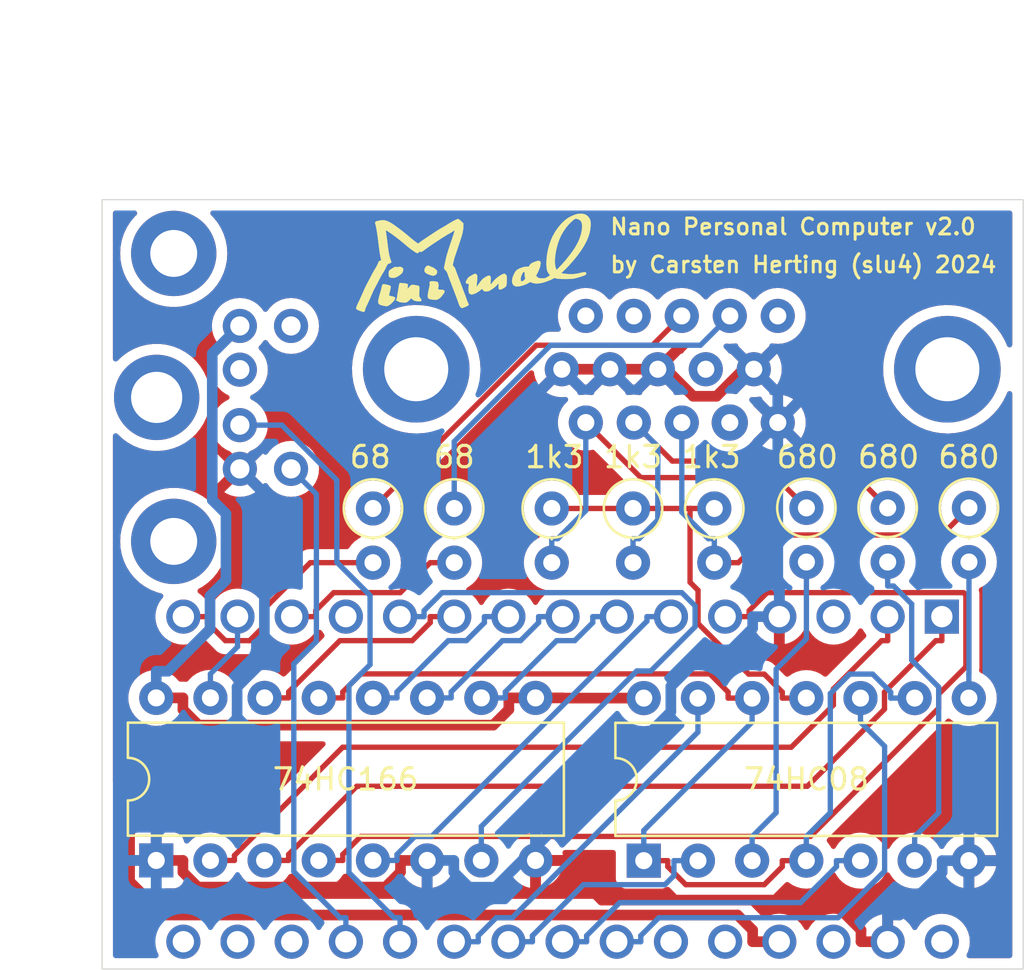
<source format=kicad_pcb>
(kicad_pcb (version 20211014) (generator pcbnew)
  (layers (0 "F.Cu" signal) (31 "B.Cu" signal) (34 "B.Paste" user) (35 "F.Paste" user) (36 "B.SilkS" user "B.Silkscreen") (37 "F.SilkS" user "F.Silkscreen") (38 "B.Mask" user) (39 "F.Mask" user) (44 "Edge.Cuts" user))
  (net 0 "")
  (net 1 "Net-(A1-Pad1)")
  (net 2 "Net-(A1-Pad2)")
  (net 3 "Net-(A1-Pad19)")
  (net 4 "GND")
  (net 5 "Net-(A1-Pad20)")
  (net 6 "Net-(A1-Pad5)")
  (net 8 "Net-(A1-Pad6)")
  (net 9 "Net-(A1-Pad21)")
  (net 10 "Net-(A1-Pad7)")
  (net 11 "Net-(A1-Pad22)")
  (net 12 "Net-(A1-Pad8)")
  (net 13 "Net-(A1-Pad23)")
  (net 14 "Net-(A1-Pad9)")
  (net 15 "Net-(A1-Pad10)")
  (net 16 "Net-(A1-Pad11)")
  (net 17 "+5V")
  (net 18 "Net-(A1-Pad24)")
  (net 19 "Net-(A1-Pad13)")
  (net 20 "Net-(A1-Pad14)")
  (net 21 "Net-(A1-Pad15)")
  (net 22 "Net-(J1-Pad1)")
  (net 23 "Net-(J1-Pad2)")
  (net 24 "Net-(J1-Pad3)")
  (net 37 "Net-(J1-Pad13)")
  (net 38 "Net-(J1-Pad14)")
  (net 42 "Net-(R1-Pad1)")
  (net 43 "Net-(R4-Pad2)")
  (net 44 "Net-(R5-Pad2)")
  (net 45 "Net-(R6-Pad2)")
  (net 46 "Net-(U1-Pad13)")
  (footprint "ArduinoPC:Arduino_Nano" (layer "F.Cu") (at 164.846 102.987 -90)
    (fp_text reference "A1" hide)
    (fp_text value "Arduino_Nano_v3.x" hide)
    (pad "1" thru_hole rect (at 0 0 270) (size 1.6 1.6) (drill 1) (layers *.Cu *.Mask) (net 1 "Net-(A1-Pad1)"))
    (pad "2" thru_hole oval (at 0 2.54 270) (size 1.6 1.6) (drill 1) (layers *.Cu *.Mask) (net 2 "Net-(A1-Pad2)"))
    (pad "3" thru_hole oval (at 0 5.08 270) (size 1.6 1.6) (drill 1) (layers *.Cu *.Mask))
    (pad "4" thru_hole oval (at 0 7.62 270) (size 1.6 1.6) (drill 1) (layers *.Cu *.Mask) (net 4 "GND"))
    (pad "5" thru_hole oval (at 0 10.16 270) (size 1.6 1.6) (drill 1) (layers *.Cu *.Mask) (net 6 "Net-(A1-Pad5)"))
    (pad "6" thru_hole oval (at 0 12.7 270) (size 1.6 1.6) (drill 1) (layers *.Cu *.Mask) (net 8 "Net-(A1-Pad6)"))
    (pad "7" thru_hole oval (at 0 15.24 270) (size 1.6 1.6) (drill 1) (layers *.Cu *.Mask) (net 10 "Net-(A1-Pad7)"))
    (pad "8" thru_hole oval (at 0 17.78 270) (size 1.6 1.6) (drill 1) (layers *.Cu *.Mask) (net 12 "Net-(A1-Pad8)"))
    (pad "9" thru_hole oval (at 0 20.32 270) (size 1.6 1.6) (drill 1) (layers *.Cu *.Mask) (net 14 "Net-(A1-Pad9)"))
    (pad "10" thru_hole oval (at 0 22.86 270) (size 1.6 1.6) (drill 1) (layers *.Cu *.Mask) (net 15 "Net-(A1-Pad10)"))
    (pad "11" thru_hole oval (at 0 25.4 270) (size 1.6 1.6) (drill 1) (layers *.Cu *.Mask) (net 16 "Net-(A1-Pad11)"))
    (pad "12" thru_hole oval (at 0 27.94 270) (size 1.6 1.6) (drill 1) (layers *.Cu *.Mask))
    (pad "13" thru_hole oval (at 0 30.48 270) (size 1.6 1.6) (drill 1) (layers *.Cu *.Mask) (net 19 "Net-(A1-Pad13)"))
    (pad "14" thru_hole oval (at 0 33.02 270) (size 1.6 1.6) (drill 1) (layers *.Cu *.Mask) (net 20 "Net-(A1-Pad14)"))
    (pad "15" thru_hole oval (at 0 35.56 270) (size 1.6 1.6) (drill 1) (layers *.Cu *.Mask) (net 21 "Net-(A1-Pad15)"))
    (pad "16" thru_hole oval (at 15.24 35.56 270) (size 1.6 1.6) (drill 1) (layers *.Cu *.Mask))
    (pad "17" thru_hole oval (at 15.24 33.02 270) (size 1.6 1.6) (drill 1) (layers *.Cu *.Mask))
    (pad "18" thru_hole oval (at 15.24 30.48 270) (size 1.6 1.6) (drill 1) (layers *.Cu *.Mask))
    (pad "19" thru_hole oval (at 15.24 27.94 270) (size 1.6 1.6) (drill 1) (layers *.Cu *.Mask) (net 3 "Net-(A1-Pad19)"))
    (pad "20" thru_hole oval (at 15.24 25.4 270) (size 1.6 1.6) (drill 1) (layers *.Cu *.Mask) (net 5 "Net-(A1-Pad20)"))
    (pad "21" thru_hole oval (at 15.24 22.86 270) (size 1.6 1.6) (drill 1) (layers *.Cu *.Mask) (net 9 "Net-(A1-Pad21)"))
    (pad "22" thru_hole oval (at 15.24 20.32 270) (size 1.6 1.6) (drill 1) (layers *.Cu *.Mask) (net 11 "Net-(A1-Pad22)"))
    (pad "23" thru_hole oval (at 15.24 17.78 270) (size 1.6 1.6) (drill 1) (layers *.Cu *.Mask) (net 13 "Net-(A1-Pad23)"))
    (pad "24" thru_hole oval (at 15.24 15.24 270) (size 1.6 1.6) (drill 1) (layers *.Cu *.Mask) (net 18 "Net-(A1-Pad24)"))
    (pad "25" thru_hole oval (at 15.24 12.7 270) (size 1.6 1.6) (drill 1) (layers *.Cu *.Mask))
    (pad "26" thru_hole oval (at 15.24 10.16 270) (size 1.6 1.6) (drill 1) (layers *.Cu *.Mask))
    (pad "27" thru_hole oval (at 15.24 7.62 270) (size 1.6 1.6) (drill 1) (layers *.Cu *.Mask) (net 17 "+5V"))
    (pad "28" thru_hole oval (at 15.24 5.08 270) (size 1.6 1.6) (drill 1) (layers *.Cu *.Mask))
    (pad "29" thru_hole oval (at 15.24 2.54 270) (size 1.6 1.6) (drill 1) (layers *.Cu *.Mask) (net 4 "GND"))
    (pad "30" thru_hole oval (at 15.24 0 270) (size 1.6 1.6) (drill 1) (layers *.Cu *.Mask))
  )
  (footprint "ArduinoPC:FP_MINI_DIN_6_PS2" (layer "F.Cu") (at 123.035 92.71 90)
    (fp_text reference "J2" hide)
    (fp_text value "PS/2 Keyboard" hide)
    (pad "" thru_hole circle locked (at 0 5 90) (size 4 4) (drill 2.4) (layers *.Cu *.Mask))
    (pad "" thru_hole circle locked (at 6.75 5.8 90) (size 4 4) (drill 2.2) (layers *.Cu *.Mask))
    (pad "" thru_hole circle locked (at -6.75 5.8 90) (size 4 4) (drill 2.2) (layers *.Cu *.Mask))
    (pad "1" thru_hole circle locked (at -1.3 8.9 90) (size 1.6 1.6) (drill 0.9) (layers *.Cu *.Mask) (net 5 "Net-(A1-Pad20)"))
    (pad "2" thru_hole circle locked (at 1.3 8.9 90) (size 1.6 1.6) (drill 0.9) (layers *.Cu *.Mask))
    (pad "3" thru_hole circle locked (at -3.35 8.9 90) (size 1.6 1.6) (drill 0.9) (layers *.Cu *.Mask) (net 4 "GND"))
    (pad "4" thru_hole circle locked (at 3.35 8.9 90) (size 1.6 1.6) (drill 0.9) (layers *.Cu *.Mask) (net 17 "+5V"))
    (pad "5" thru_hole circle locked (at -3.35 11.3 90) (size 1.6 1.6) (drill 0.9) (layers *.Cu *.Mask) (net 3 "Net-(A1-Pad19)"))
    (pad "6" thru_hole circle locked (at 3.35 11.3 90) (size 1.6 1.6) (drill 0.9) (layers *.Cu *.Mask))
  )
  (footprint "ArduinoPC:VGA DSUB15HD_female" (layer "F.Cu") (at 152.654 96.139 180)
    (fp_text reference "J1" hide)
    (fp_text value "VGA DB15" hide)
    (pad "" thru_hole circle locked (at -12.45 4.75 180) (size 5 5) (drill 3) (layers *.Cu *.Mask))
    (pad "" thru_hole circle locked (at 12.45 4.75 180) (size 5 5) (drill 3) (layers *.Cu *.Mask))
    (pad "1" thru_hole circle locked (at 4.5 2.25 180) (size 1.6 1.6) (drill 0.8) (layers *.Cu *.Mask) (net 22 "Net-(J1-Pad1)"))
    (pad "2" thru_hole circle locked (at 2.25 2.25 180) (size 1.6 1.6) (drill 0.8) (layers *.Cu *.Mask) (net 23 "Net-(J1-Pad2)"))
    (pad "3" thru_hole circle locked (at 0 2.25 180) (size 1.6 1.6) (drill 0.8) (layers *.Cu *.Mask) (net 24 "Net-(J1-Pad3)"))
    (pad "4" thru_hole circle locked (at -2.25 2.25 180) (size 1.7 1.7) (drill 0.8) (layers *.Cu *.Mask))
    (pad "5" thru_hole circle locked (at -4.5 2.25 180) (size 1.6 1.6) (drill 0.8) (layers *.Cu *.Mask) (net 4 "GND"))
    (pad "6" thru_hole circle locked (at 5.625 4.75 180) (size 1.6 1.6) (drill 0.8) (layers *.Cu *.Mask) (net 4 "GND"))
    (pad "7" thru_hole circle locked (at 3.375 4.75 180) (size 1.6 1.6) (drill 0.8) (layers *.Cu *.Mask) (net 4 "GND"))
    (pad "8" thru_hole circle locked (at 1.125 4.75 180) (size 1.6 1.6) (drill 0.8) (layers *.Cu *.Mask) (net 4 "GND"))
    (pad "9" thru_hole circle locked (at -1.125 4.75 180) (size 1.6 1.6) (drill 0.8) (layers *.Cu *.Mask))
    (pad "10" thru_hole circle locked (at -3.375 4.75 180) (size 1.6 1.6) (drill 0.8) (layers *.Cu *.Mask) (net 4 "GND"))
    (pad "11" thru_hole circle locked (at 4.5 7.25 180) (size 1.6 1.6) (drill 0.8) (layers *.Cu *.Mask))
    (pad "12" thru_hole circle locked (at 2.25 7.25 180) (size 1.6 1.6) (drill 0.8) (layers *.Cu *.Mask))
    (pad "13" thru_hole circle locked (at 0 7.25 180) (size 1.6 1.6) (drill 0.8) (layers *.Cu *.Mask) (net 37 "Net-(J1-Pad13)"))
    (pad "14" thru_hole circle locked (at -2.25 7.25 180) (size 1.6 1.6) (drill 0.8) (layers *.Cu *.Mask) (net 38 "Net-(J1-Pad14)"))
    (pad "15" thru_hole circle locked (at -4.5 7.25 180) (size 1.6 1.6) (drill 0.8) (layers *.Cu *.Mask))
  )
  (footprint "Resistor_THT:R_Axial_DIN0207_L6.3mm_D2.5mm_P2.54mm_Vertical" (layer "F.Cu") (at 138.176 97.917 -90)
    (fp_text reference "R7" hide)
    (fp_text value "68" (at -2.413 0.127 180) (layer "F.SilkS"))
    (pad "1" thru_hole circle (at 0 0 270) (size 1.6 1.6) (drill 0.8) (layers *.Cu *.Mask) (net 37 "Net-(J1-Pad13)"))
    (pad "2" thru_hole oval (at 2.54 0 270) (size 1.6 1.6) (drill 0.8) (layers *.Cu *.Mask) (net 21 "Net-(A1-Pad15)"))
  )
  (footprint "Resistor_THT:R_Axial_DIN0207_L6.3mm_D2.5mm_P2.54mm_Vertical" (layer "F.Cu") (at 141.986 97.917 -90)
    (fp_text reference "R8" hide)
    (fp_text value "68" (at -2.413 0 180) (layer "F.SilkS"))
    (pad "1" thru_hole circle (at 0 0 270) (size 1.6 1.6) (drill 0.8) (layers *.Cu *.Mask) (net 38 "Net-(J1-Pad14)"))
    (pad "2" thru_hole oval (at 2.54 0 270) (size 1.6 1.6) (drill 0.8) (layers *.Cu *.Mask) (net 19 "Net-(A1-Pad13)"))
  )
  (footprint "Package_DIP:DIP-16_W7.62mm" (layer "F.Cu") (at 128.016 114.417 90)
    (fp_text reference "U1" hide)
    (fp_text value "74HC166" (at 3.8 8.875) (layer "F.SilkS"))
    (pad "1" thru_hole rect locked (at 0 0 90) (size 1.6 1.6) (drill 0.8) (layers *.Cu *.Mask) (net 4 "GND"))
    (pad "2" thru_hole oval locked (at 0 2.54 90) (size 1.6 1.6) (drill 0.8) (layers *.Cu *.Mask) (net 2 "Net-(A1-Pad2)"))
    (pad "3" thru_hole oval locked (at 0 5.08 90) (size 1.6 1.6) (drill 0.8) (layers *.Cu *.Mask) (net 1 "Net-(A1-Pad1)"))
    (pad "4" thru_hole oval locked (at 0 7.62 90) (size 1.6 1.6) (drill 0.8) (layers *.Cu *.Mask) (net 6 "Net-(A1-Pad5)"))
    (pad "5" thru_hole oval locked (at 0 10.16 90) (size 1.6 1.6) (drill 0.8) (layers *.Cu *.Mask) (net 8 "Net-(A1-Pad6)"))
    (pad "6" thru_hole oval locked (at 0 12.7 90) (size 1.6 1.6) (drill 0.8) (layers *.Cu *.Mask) (net 4 "GND"))
    (pad "7" thru_hole oval locked (at 0 15.24 90) (size 1.6 1.6) (drill 0.8) (layers *.Cu *.Mask) (net 16 "Net-(A1-Pad11)"))
    (pad "8" thru_hole oval locked (at 0 17.78 90) (size 1.6 1.6) (drill 0.8) (layers *.Cu *.Mask) (net 4 "GND"))
    (pad "9" thru_hole oval locked (at 7.62 17.78 90) (size 1.6 1.6) (drill 0.8) (layers *.Cu *.Mask) (net 17 "+5V"))
    (pad "10" thru_hole oval locked (at 7.62 15.24 90) (size 1.6 1.6) (drill 0.8) (layers *.Cu *.Mask) (net 10 "Net-(A1-Pad7)"))
    (pad "11" thru_hole oval locked (at 7.62 12.7 90) (size 1.6 1.6) (drill 0.8) (layers *.Cu *.Mask) (net 12 "Net-(A1-Pad8)"))
    (pad "12" thru_hole oval locked (at 7.62 10.16 90) (size 1.6 1.6) (drill 0.8) (layers *.Cu *.Mask) (net 14 "Net-(A1-Pad9)"))
    (pad "13" thru_hole oval locked (at 7.62 7.62 90) (size 1.6 1.6) (drill 0.8) (layers *.Cu *.Mask) (net 46 "Net-(U1-Pad13)"))
    (pad "14" thru_hole oval locked (at 7.62 5.08 90) (size 1.6 1.6) (drill 0.8) (layers *.Cu *.Mask) (net 15 "Net-(A1-Pad10)"))
    (pad "15" thru_hole oval locked (at 7.62 2.54 90) (size 1.6 1.6) (drill 0.8) (layers *.Cu *.Mask) (net 20 "Net-(A1-Pad14)"))
    (pad "16" thru_hole oval locked (at 7.62 0 90) (size 1.6 1.6) (drill 0.8) (layers *.Cu *.Mask) (net 17 "+5V"))
  )
  (footprint "Package_DIP:DIP-14_W7.62mm" (layer "F.Cu") (at 150.871 114.427 90)
    (fp_text reference "U2" hide)
    (fp_text value "74HC08" (at 3.81 7.625 180) (layer "F.SilkS"))
    (pad "1" thru_hole rect (at 0 0 90) (size 1.6 1.6) (drill 0.8) (layers *.Cu *.Mask) (net 46 "Net-(U1-Pad13)"))
    (pad "2" thru_hole oval (at 0 2.54 90) (size 1.6 1.6) (drill 0.8) (layers *.Cu *.Mask) (net 11 "Net-(A1-Pad22)"))
    (pad "3" thru_hole oval (at 0 5.08 90) (size 1.6 1.6) (drill 0.8) (layers *.Cu *.Mask) (net 43 "Net-(R4-Pad2)"))
    (pad "4" thru_hole oval (at 0 7.62 90) (size 1.6 1.6) (drill 0.8) (layers *.Cu *.Mask) (net 46 "Net-(U1-Pad13)"))
    (pad "5" thru_hole oval (at 0 10.16 90) (size 1.6 1.6) (drill 0.8) (layers *.Cu *.Mask) (net 13 "Net-(A1-Pad23)"))
    (pad "6" thru_hole oval (at 0 12.7 90) (size 1.6 1.6) (drill 0.8) (layers *.Cu *.Mask) (net 44 "Net-(R5-Pad2)"))
    (pad "7" thru_hole oval (at 0 15.24 90) (size 1.6 1.6) (drill 0.8) (layers *.Cu *.Mask) (net 4 "GND"))
    (pad "8" thru_hole oval (at 7.62 15.24 90) (size 1.6 1.6) (drill 0.8) (layers *.Cu *.Mask) (net 45 "Net-(R6-Pad2)"))
    (pad "9" thru_hole oval (at 7.62 12.7 90) (size 1.6 1.6) (drill 0.8) (layers *.Cu *.Mask) (net 46 "Net-(U1-Pad13)"))
    (pad "10" thru_hole oval (at 7.62 10.16 90) (size 1.6 1.6) (drill 0.8) (layers *.Cu *.Mask) (net 18 "Net-(A1-Pad24)"))
    (pad "11" thru_hole oval (at 7.62 7.62 90) (size 1.6 1.6) (drill 0.8) (layers *.Cu *.Mask) (net 42 "Net-(R1-Pad1)"))
    (pad "12" thru_hole oval (at 7.62 5.08 90) (size 1.6 1.6) (drill 0.8) (layers *.Cu *.Mask) (net 46 "Net-(U1-Pad13)"))
    (pad "13" thru_hole oval (at 7.62 2.54 90) (size 1.6 1.6) (drill 0.8) (layers *.Cu *.Mask) (net 9 "Net-(A1-Pad21)"))
    (pad "14" thru_hole oval (at 7.62 0 90) (size 1.6 1.6) (drill 0.8) (layers *.Cu *.Mask) (net 17 "+5V"))
  )
  (footprint "Resistor_THT:R_Axial_DIN0207_L6.3mm_D2.5mm_P2.54mm_Vertical" (layer "F.Cu") (at 158.496 97.888 -90)
    (fp_text reference "R4" hide)
    (fp_text value "680" (at -2.384 -0.043 180) (layer "F.SilkS"))
    (pad "1" thru_hole circle (at 0 0 270) (size 1.6 1.6) (drill 0.8) (layers *.Cu *.Mask) (net 22 "Net-(J1-Pad1)"))
    (pad "2" thru_hole oval (at 2.54 0 270) (size 1.6 1.6) (drill 0.8) (layers *.Cu *.Mask) (net 43 "Net-(R4-Pad2)"))
  )
  (footprint "Resistor_THT:R_Axial_DIN0207_L6.3mm_D2.5mm_P2.54mm_Vertical" (layer "F.Cu") (at 162.306 97.888 -90)
    (fp_text reference "R5" hide)
    (fp_text value "680" (at -2.384 -0.043 180) (layer "F.SilkS"))
    (pad "1" thru_hole circle (at 0 0 270) (size 1.6 1.6) (drill 0.8) (layers *.Cu *.Mask) (net 23 "Net-(J1-Pad2)"))
    (pad "2" thru_hole oval (at 2.54 0 270) (size 1.6 1.6) (drill 0.8) (layers *.Cu *.Mask) (net 44 "Net-(R5-Pad2)"))
  )
  (footprint "Resistor_THT:R_Axial_DIN0207_L6.3mm_D2.5mm_P2.54mm_Vertical" (layer "F.Cu") (at 146.558 97.917 -90)
    (fp_text reference "R3" hide)
    (fp_text value "1k3" (at -2.413 -0.127 180) (layer "F.SilkS"))
    (pad "1" thru_hole circle (at 0 0 270) (size 1.6 1.6) (drill 0.8) (layers *.Cu *.Mask) (net 42 "Net-(R1-Pad1)"))
    (pad "2" thru_hole oval (at 2.54 0 270) (size 1.6 1.6) (drill 0.8) (layers *.Cu *.Mask) (net 22 "Net-(J1-Pad1)"))
  )
  (footprint "Resistor_THT:R_Axial_DIN0207_L6.3mm_D2.5mm_P2.54mm_Vertical" (layer "F.Cu") (at 154.178 97.917 -90)
    (fp_text reference "R1" hide)
    (fp_text value "1k3" (at -2.413 0.127 180) (layer "F.SilkS"))
    (pad "1" thru_hole circle (at 0 0 270) (size 1.6 1.6) (drill 0.8) (layers *.Cu *.Mask) (net 42 "Net-(R1-Pad1)"))
    (pad "2" thru_hole oval (at 2.54 0 270) (size 1.6 1.6) (drill 0.8) (layers *.Cu *.Mask) (net 24 "Net-(J1-Pad3)"))
  )
  (footprint "Resistor_THT:R_Axial_DIN0207_L6.3mm_D2.5mm_P2.54mm_Vertical" (layer "F.Cu") (at 166.116 97.888 -90)
    (fp_text reference "R6" hide)
    (fp_text value "680" (at -2.384 0 180) (layer "F.SilkS"))
    (pad "1" thru_hole circle (at 0 0 270) (size 1.6 1.6) (drill 0.8) (layers *.Cu *.Mask) (net 24 "Net-(J1-Pad3)"))
    (pad "2" thru_hole oval (at 2.54 0 270) (size 1.6 1.6) (drill 0.8) (layers *.Cu *.Mask) (net 45 "Net-(R6-Pad2)"))
  )
  (footprint "Resistor_THT:R_Axial_DIN0207_L6.3mm_D2.5mm_P2.54mm_Vertical" (layer "F.Cu") (at 150.368 97.917 -90)
    (fp_text reference "R2" hide)
    (fp_text value "1k3" (at -2.413 0 180) (layer "F.SilkS"))
    (pad "1" thru_hole circle (at 0 0 270) (size 1.6 1.6) (drill 0.8) (layers *.Cu *.Mask) (net 42 "Net-(R1-Pad1)"))
    (pad "2" thru_hole oval (at 2.54 0 270) (size 1.6 1.6) (drill 0.8) (layers *.Cu *.Mask) (net 23 "Net-(J1-Pad2)"))
  )
  (footprint "logo:logo" (layer "F.Cu") (at 142.875 86.36)
    (fp_text reference "G***" hide)
    (fp_text value "LOGO" hide)
  )
  (gr_rect (start 125.476 119.507) (end 168.656 83.439) (layer "Edge.Cuts") (width 0.05) (fill none))
  (gr_text "Nano Personal Computer v2.0" (at 149.225 84.709) (layer "F.SilkS") (effects (font (size 0.75 0.75) (thickness 0.14)) (justify left)))
  (gr_text "by Carsten Herting (slu4) 2024" (at 149.225 86.487) (layer "F.SilkS") (effects (font (size 0.75 0.75) (thickness 0.14)) (justify left)))
  (segment (start 162.1564 107.3246) (end 162.1564 106.5206) (width 0.25) (layer "F.Cu") (net 1))
  (segment (start 164.846 102.987) (end 164.846 104.1123) (width 0.25) (layer "F.Cu") (net 1))
  (segment (start 164.5647 104.1123) (end 164.846 104.1123) (width 0.25) (layer "F.Cu") (net 1))
  (segment (start 134.2213 114.1357) (end 137.4168 110.9402) (width 0.25) (layer "F.Cu") (net 1))
  (segment (start 158.5408 110.9402) (end 162.1564 107.3246) (width 0.25) (layer "F.Cu") (net 1))
  (segment (start 134.2213 114.417) (end 134.2213 114.1357) (width 0.25) (layer "F.Cu") (net 1))
  (segment (start 137.4168 110.9402) (end 158.5408 110.9402) (width 0.25) (layer "F.Cu") (net 1))
  (segment (start 162.1564 106.5206) (end 164.5647 104.1123) (width 0.25) (layer "F.Cu") (net 1))
  (segment (start 133.096 114.417) (end 134.2213 114.417) (width 0.25) (layer "F.Cu") (net 1))
  (segment (start 131.6813 114.183) (end 131.6813 114.417) (width 0.25) (layer "F.Cu") (net 2))
  (segment (start 162.0247 104.1123) (end 159.761 106.376) (width 0.25) (layer "F.Cu") (net 2))
  (segment (start 159.761 106.376) (end 159.761 107.1346) (width 0.25) (layer "F.Cu") (net 2))
  (segment (start 136.7549 109.1094) (end 131.6813 114.183) (width 0.25) (layer "F.Cu") (net 2))
  (segment (start 159.761 107.1346) (end 157.7862 109.1094) (width 0.25) (layer "F.Cu") (net 2))
  (segment (start 162.306 104.1123) (end 162.0247 104.1123) (width 0.25) (layer "F.Cu") (net 2))
  (segment (start 157.7862 109.1094) (end 136.7549 109.1094) (width 0.25) (layer "F.Cu") (net 2))
  (segment (start 162.306 102.987) (end 162.306 104.1123) (width 0.25) (layer "F.Cu") (net 2))
  (segment (start 130.556 114.417) (end 131.6813 114.417) (width 0.25) (layer "F.Cu") (net 2))
  (segment (start 134.4644 105.2018) (end 134.4644 114.9414) (width 0.25) (layer "B.Cu") (net 3))
  (segment (start 134.4644 114.9414) (end 136.6247 117.1017) (width 0.25) (layer "B.Cu") (net 3))
  (segment (start 135.5235 104.1427) (end 134.4644 105.2018) (width 0.25) (layer "B.Cu") (net 3))
  (segment (start 136.906 118.227) (end 136.906 117.1017) (width 0.25) (layer "B.Cu") (net 3))
  (segment (start 135.5235 97.2485) (end 135.5235 104.1427) (width 0.25) (layer "B.Cu") (net 3))
  (segment (start 134.335 96.06) (end 135.5235 97.2485) (width 0.25) (layer "B.Cu") (net 3))
  (segment (start 136.6247 117.1017) (end 136.906 117.1017) (width 0.25) (layer "B.Cu") (net 3))
  (segment (start 161.0557 117.68) (end 159.652 116.2763) (width 0.5) (layer "F.Cu") (net 4))
  (segment (start 128.016 114.417) (end 129.2663 114.417) (width 0.5) (layer "F.Cu") (net 4))
  (segment (start 149.279 91.389) (end 151.529 91.389) (width 0.5) (layer "F.Cu") (net 4))
  (segment (start 161.0557 118.227) (end 161.0557 117.68) (width 0.5) (layer "F.Cu") (net 4))
  (segment (start 162.306 118.227) (end 161.0557 118.227) (width 0.5) (layer "F.Cu") (net 4))
  (segment (start 129.2663 114.9641) (end 129.2663 114.417) (width 0.5) (layer "F.Cu") (net 4))
  (segment (start 139.4657 114.964) (end 138.7624 115.6673) (width 0.5) (layer "F.Cu") (net 4))
  (segment (start 154.2807 92.6556) (end 155.5473 91.389) (width 0.5) (layer "F.Cu") (net 4))
  (segment (start 139.4657 114.417) (end 139.4657 114.964) (width 0.5) (layer "F.Cu") (net 4))
  (segment (start 138.7624 115.6673) (end 129.9695 115.6673) (width 0.5) (layer "F.Cu") (net 4))
  (segment (start 129.9695 115.6673) (end 129.2663 114.9641) (width 0.5) (layer "F.Cu") (net 4))
  (segment (start 151.9224 91.389) (end 153.189 92.6556) (width 0.5) (layer "F.Cu") (net 4))
  (segment (start 140.716 114.417) (end 139.4657 114.417) (width 0.5) (layer "F.Cu") (net 4))
  (segment (start 151.529 91.389) (end 151.9224 91.389) (width 0.5) (layer "F.Cu") (net 4))
  (segment (start 159.652 116.2763) (end 148.9056 116.2763) (width 0.5) (layer "F.Cu") (net 4))
  (segment (start 153.189 92.6556) (end 154.2807 92.6556) (width 0.5) (layer "F.Cu") (net 4))
  (segment (start 149.279 91.389) (end 147.029 91.389) (width 0.5) (layer "F.Cu") (net 4))
  (segment (start 148.9056 116.2763) (end 147.0463 114.417) (width 0.5) (layer "F.Cu") (net 4))
  (segment (start 155.5473 91.389) (end 156.029 91.389) (width 0.5) (layer "F.Cu") (net 4))
  (segment (start 145.796 114.417) (end 147.0463 114.417) (width 0.5) (layer "F.Cu") (net 4))
  (segment (start 157.226 102.987) (end 155.9757 102.987) (width 0.5) (layer "B.Cu") (net 4))
  (segment (start 133.0846 97.2096) (end 131.935 96.06) (width 0.5) (layer "B.Cu") (net 4))
  (segment (start 156.029 91.389) (end 157.154 92.514) (width 0.5) (layer "B.Cu") (net 4))
  (segment (start 155.9757 103.5309) (end 155.9757 102.987) (width 0.5) (layer "B.Cu") (net 4))
  (segment (start 133.0846 105.0091) (end 133.0846 97.2096) (width 0.5) (layer "B.Cu") (net 4))
  (segment (start 143.9163 115.6715) (end 145.796 113.7918) (width 0.5) (layer "B.Cu") (net 4))
  (segment (start 164.8607 114.9665) (end 162.8505 116.9767) (width 0.5) (layer "B.Cu") (net 4))
  (segment (start 157.154 93.889) (end 157.154 101.6647) (width 0.5) (layer "B.Cu") (net 4))
  (segment (start 131.8064 109.3763) (end 131.8064 106.2873) (width 0.5) (layer "B.Cu") (net 4))
  (segment (start 152.141 107.4468) (end 152.141 106.2588) (width 0.5) (layer "B.Cu") (net 4))
  (segment (start 145.796 113.7918) (end 152.141 107.4468) (width 0.5) (layer "B.Cu") (net 4))
  (segment (start 131.8064 106.2873) (end 133.0846 105.0091) (width 0.5) (layer "B.Cu") (net 4))
  (segment (start 141.9663 114.417) (end 141.9663 114.9609) (width 0.5) (layer "B.Cu") (net 4))
  (segment (start 128.016 113.1667) (end 131.8064 109.3763) (width 0.5) (layer "B.Cu") (net 4))
  (segment (start 164.8607 114.427) (end 164.8607 114.9665) (width 0.5) (layer "B.Cu") (net 4))
  (segment (start 128.016 114.417) (end 128.016 113.1667) (width 0.5) (layer "B.Cu") (net 4))
  (segment (start 157.226 102.987) (end 157.226 101.7367) (width 0.5) (layer "B.Cu") (net 4))
  (segment (start 140.716 114.417) (end 141.9663 114.417) (width 0.5) (layer "B.Cu") (net 4))
  (segment (start 157.154 101.6647) (end 157.226 101.7367) (width 0.5) (layer "B.Cu") (net 4))
  (segment (start 141.9663 114.9609) (end 142.6769 115.6715) (width 0.5) (layer "B.Cu") (net 4))
  (segment (start 154.3619 105.1447) (end 155.9757 103.5309) (width 0.5) (layer "B.Cu") (net 4))
  (segment (start 162.306 118.227) (end 162.306 116.9767) (width 0.5) (layer "B.Cu") (net 4))
  (segment (start 162.8505 116.9767) (end 162.306 116.9767) (width 0.5) (layer "B.Cu") (net 4))
  (segment (start 152.141 106.2588) (end 153.2551 105.1447) (width 0.5) (layer "B.Cu") (net 4))
  (segment (start 157.154 92.514) (end 157.154 93.889) (width 0.5) (layer "B.Cu") (net 4))
  (segment (start 153.2551 105.1447) (end 154.3619 105.1447) (width 0.5) (layer "B.Cu") (net 4))
  (segment (start 166.111 114.427) (end 164.8607 114.427) (width 0.5) (layer "B.Cu") (net 4))
  (segment (start 142.6769 115.6715) (end 143.9163 115.6715) (width 0.5) (layer "B.Cu") (net 4))
  (segment (start 145.796 114.417) (end 145.796 113.7918) (width 0.5) (layer "B.Cu") (net 4))
  (segment (start 131.935 94.01) (end 133.9024 94.01) (width 0.25) (layer "B.Cu") (net 5))
  (segment (start 138.0392 105.2378) (end 137.0495 106.2275) (width 0.25) (layer "B.Cu") (net 5))
  (segment (start 137.0495 114.9865) (end 139.1647 117.1017) (width 0.25) (layer "B.Cu") (net 5))
  (segment (start 139.446 118.227) (end 139.446 117.1017) (width 0.25) (layer "B.Cu") (net 5))
  (segment (start 137.0495 106.2275) (end 137.0495 114.9865) (width 0.25) (layer "B.Cu") (net 5))
  (segment (start 133.9024 94.01) (end 136.4816 96.5892) (width 0.25) (layer "B.Cu") (net 5))
  (segment (start 136.4816 100.4361) (end 138.0392 101.9937) (width 0.25) (layer "B.Cu") (net 5))
  (segment (start 136.4816 96.5892) (end 136.4816 100.4361) (width 0.25) (layer "B.Cu") (net 5))
  (segment (start 139.1647 117.1017) (end 139.446 117.1017) (width 0.25) (layer "B.Cu") (net 5))
  (segment (start 138.0392 101.9937) (end 138.0392 105.2378) (width 0.25) (layer "B.Cu") (net 5))
  (segment (start 154.686 102.987) (end 155.8113 102.987) (width 0.25) (layer "F.Cu") (net 6))
  (segment (start 136.7613 114.1356) (end 137.6052 113.2917) (width 0.25) (layer "F.Cu") (net 6))
  (segment (start 165.9714 105.344) (end 165.9714 101.9704) (width 0.25) (layer "F.Cu") (net 6))
  (segment (start 165.9714 101.9704) (end 165.8627 101.8617) (width 0.25) (layer "F.Cu") (net 6))
  (segment (start 136.7613 114.417) (end 136.7613 114.1356) (width 0.25) (layer "F.Cu") (net 6))
  (segment (start 165.8627 101.8617) (end 156.6552 101.8617) (width 0.25) (layer "F.Cu") (net 6))
  (segment (start 164.6964 106.619) (end 165.9714 105.344) (width 0.25) (layer "F.Cu") (net 6))
  (segment (start 158.6833 113.2917) (end 164.6964 107.2786) (width 0.25) (layer "F.Cu") (net 6))
  (segment (start 135.636 114.417) (end 136.7613 114.417) (width 0.25) (layer "F.Cu") (net 6))
  (segment (start 156.6552 101.8617) (end 155.8113 102.7056) (width 0.25) (layer "F.Cu") (net 6))
  (segment (start 137.6052 113.2917) (end 158.6833 113.2917) (width 0.25) (layer "F.Cu") (net 6))
  (segment (start 155.8113 102.7056) (end 155.8113 102.987) (width 0.25) (layer "F.Cu") (net 6))
  (segment (start 164.6964 107.2786) (end 164.6964 106.619) (width 0.25) (layer "F.Cu") (net 6))
  (segment (start 140.1452 113.2917) (end 140.9264 113.2917) (width 0.25) (layer "B.Cu") (net 8))
  (segment (start 139.3013 114.417) (end 139.3013 114.1356) (width 0.25) (layer "B.Cu") (net 8))
  (segment (start 152.146 102.987) (end 151.0207 102.987) (width 0.25) (layer "B.Cu") (net 8))
  (segment (start 138.176 114.417) (end 139.3013 114.417) (width 0.25) (layer "B.Cu") (net 8))
  (segment (start 139.3013 114.1356) (end 140.1452 113.2917) (width 0.25) (layer "B.Cu") (net 8))
  (segment (start 151.0207 103.1974) (end 151.0207 102.987) (width 0.25) (layer "B.Cu") (net 8))
  (segment (start 140.9264 113.2917) (end 151.0207 103.1974) (width 0.25) (layer "B.Cu") (net 8))
  (segment (start 143.9552 117.1017) (end 143.1113 117.9456) (width 0.25) (layer "B.Cu") (net 9))
  (segment (start 144.7085 117.1017) (end 143.9552 117.1017) (width 0.25) (layer "B.Cu") (net 9))
  (segment (start 143.1113 117.9456) (end 143.1113 118.227) (width 0.25) (layer "B.Cu") (net 9))
  (segment (start 153.411 106.807) (end 153.411 108.3992) (width 0.25) (layer "B.Cu") (net 9))
  (segment (start 153.411 108.3992) (end 144.7085 117.1017) (width 0.25) (layer "B.Cu") (net 9))
  (segment (start 141.986 118.227) (end 143.1113 118.227) (width 0.25) (layer "B.Cu") (net 9))
  (segment (start 143.256 106.797) (end 144.3813 106.797) (width 0.25) (layer "B.Cu") (net 10))
  (segment (start 149.606 102.987) (end 148.4807 102.987) (width 0.25) (layer "B.Cu") (net 10))
  (segment (start 144.3813 106.797) (end 144.3813 106.5156) (width 0.25) (layer "B.Cu") (net 10))
  (segment (start 147.6368 104.1123) (end 148.4807 103.2684) (width 0.25) (layer "B.Cu") (net 10))
  (segment (start 146.7846 104.1123) (end 147.6368 104.1123) (width 0.25) (layer "B.Cu") (net 10))
  (segment (start 148.4807 103.2684) (end 148.4807 102.987) (width 0.25) (layer "B.Cu") (net 10))
  (segment (start 144.3813 106.5156) (end 146.7846 104.1123) (width 0.25) (layer "B.Cu") (net 10))
  (segment (start 144.526 118.227) (end 145.6513 118.227) (width 0.25) (layer "B.Cu") (net 11))
  (segment (start 148.0447 115.5523) (end 145.6513 117.9457) (width 0.25) (layer "B.Cu") (net 11))
  (segment (start 152.2857 114.427) (end 152.2857 115.1304) (width 0.25) (layer "B.Cu") (net 11))
  (segment (start 152.2857 115.1304) (end 151.8638 115.5523) (width 0.25) (layer "B.Cu") (net 11))
  (segment (start 151.8638 115.5523) (end 148.0447 115.5523) (width 0.25) (layer "B.Cu") (net 11))
  (segment (start 145.6513 117.9457) (end 145.6513 118.227) (width 0.25) (layer "B.Cu") (net 11))
  (segment (start 153.411 114.427) (end 152.2857 114.427) (width 0.25) (layer "B.Cu") (net 11))
  (segment (start 140.716 106.797) (end 141.8413 106.797) (width 0.25) (layer "B.Cu") (net 12))
  (segment (start 144.2446 104.1123) (end 145.0968 104.1123) (width 0.25) (layer "B.Cu") (net 12))
  (segment (start 141.8413 106.797) (end 141.8413 106.5156) (width 0.25) (layer "B.Cu") (net 12))
  (segment (start 141.8413 106.5156) (end 144.2446 104.1123) (width 0.25) (layer "B.Cu") (net 12))
  (segment (start 145.0968 104.1123) (end 145.9407 103.2684) (width 0.25) (layer "B.Cu") (net 12))
  (segment (start 147.066 102.987) (end 145.9407 102.987) (width 0.25) (layer "B.Cu") (net 12))
  (segment (start 145.9407 103.2684) (end 145.9407 102.987) (width 0.25) (layer "B.Cu") (net 12))
  (segment (start 147.066 118.227) (end 148.1913 118.227) (width 0.25) (layer "B.Cu") (net 13))
  (segment (start 158.2212 116.3928) (end 149.7442 116.3928) (width 0.25) (layer "B.Cu") (net 13))
  (segment (start 159.9057 114.427) (end 159.9057 114.7083) (width 0.25) (layer "B.Cu") (net 13))
  (segment (start 161.031 114.427) (end 159.9057 114.427) (width 0.25) (layer "B.Cu") (net 13))
  (segment (start 159.9057 114.7083) (end 158.2212 116.3928) (width 0.25) (layer "B.Cu") (net 13))
  (segment (start 149.7442 116.3928) (end 148.1913 117.9457) (width 0.25) (layer "B.Cu") (net 13))
  (segment (start 148.1913 117.9457) (end 148.1913 118.227) (width 0.25) (layer "B.Cu") (net 13))
  (segment (start 139.3013 106.797) (end 139.3013 106.5156) (width 0.25) (layer "B.Cu") (net 14))
  (segment (start 138.176 106.797) (end 139.3013 106.797) (width 0.25) (layer "B.Cu") (net 14))
  (segment (start 139.3013 106.5156) (end 141.7046 104.1123) (width 0.25) (layer "B.Cu") (net 14))
  (segment (start 141.7046 104.1123) (end 142.5568 104.1123) (width 0.25) (layer "B.Cu") (net 14))
  (segment (start 144.526 102.987) (end 143.4007 102.987) (width 0.25) (layer "B.Cu") (net 14))
  (segment (start 143.4007 103.2684) (end 143.4007 102.987) (width 0.25) (layer "B.Cu") (net 14))
  (segment (start 142.5568 104.1123) (end 143.4007 103.2684) (width 0.25) (layer "B.Cu") (net 14))
  (segment (start 136.6247 104.1123) (end 140.0168 104.1123) (width 0.25) (layer "F.Cu") (net 15))
  (segment (start 140.0168 104.1123) (end 140.8607 103.2684) (width 0.25) (layer "F.Cu") (net 15))
  (segment (start 141.986 102.987) (end 140.8607 102.987) (width 0.25) (layer "F.Cu") (net 15))
  (segment (start 134.2213 106.5157) (end 136.6247 104.1123) (width 0.25) (layer "F.Cu") (net 15))
  (segment (start 133.096 106.797) (end 134.2213 106.797) (width 0.25) (layer "F.Cu") (net 15))
  (segment (start 134.2213 106.797) (end 134.2213 106.5157) (width 0.25) (layer "F.Cu") (net 15))
  (segment (start 140.8607 103.2684) (end 140.8607 102.987) (width 0.25) (layer "F.Cu") (net 15))
  (segment (start 140.5713 102.7056) (end 140.5713 102.987) (width 0.25) (layer "B.Cu") (net 16))
  (segment (start 153.2764 102.4837) (end 152.6544 101.8617) (width 0.25) (layer "B.Cu") (net 16))
  (segment (start 153.2764 103.4632) (end 153.2764 102.4837) (width 0.25) (layer "B.Cu") (net 16))
  (segment (start 152.6544 101.8617) (end 141.4152 101.8617) (width 0.25) (layer "B.Cu") (net 16))
  (segment (start 150.543 105.5345) (end 151.2051 105.5345) (width 0.25) (layer "B.Cu") (net 16))
  (segment (start 141.4152 101.8617) (end 140.5713 102.7056) (width 0.25) (layer "B.Cu") (net 16))
  (segment (start 143.256 112.8215) (end 150.543 105.5345) (width 0.25) (layer "B.Cu") (net 16))
  (segment (start 151.2051 105.5345) (end 153.2764 103.4632) (width 0.25) (layer "B.Cu") (net 16))
  (segment (start 143.256 114.417) (end 143.256 112.8215) (width 0.25) (layer "B.Cu") (net 16))
  (segment (start 139.446 102.987) (end 140.5713 102.987) (width 0.25) (layer "B.Cu") (net 16))
  (segment (start 150.871 106.807) (end 147.0563 106.807) (width 0.5) (layer "F.Cu") (net 17))
  (segment (start 129.996 108.0737) (end 143.8129 108.0737) (width 0.5) (layer "F.Cu") (net 17))
  (segment (start 145.796 106.797) (end 144.5457 106.797) (width 0.5) (layer "F.Cu") (net 17))
  (segment (start 126.7656 111.3041) (end 126.7656 115.4036) (width 0.5) (layer "F.Cu") (net 17))
  (segment (start 144.5457 107.3409) (end 144.5457 106.797) (width 0.5) (layer "F.Cu") (net 17))
  (segment (start 129.996 108.0737) (end 126.7656 111.3041) (width 0.5) (layer "F.Cu") (net 17))
  (segment (start 147.0563 106.807) (end 147.0463 106.797) (width 0.5) (layer "F.Cu") (net 17))
  (segment (start 155.9757 117.6831) (end 155.9757 118.227) (width 0.5) (layer "F.Cu") (net 17))
  (segment (start 157.226 118.227) (end 155.9757 118.227) (width 0.5) (layer "F.Cu") (net 17))
  (segment (start 128.3387 116.9767) (end 155.2693 116.9767) (width 0.5) (layer "F.Cu") (net 17))
  (segment (start 126.7656 115.4036) (end 128.3387 116.9767) (width 0.5) (layer "F.Cu") (net 17))
  (segment (start 143.8129 108.0737) (end 144.5457 107.3409) (width 0.5) (layer "F.Cu") (net 17))
  (segment (start 128.016 106.797) (end 129.2663 106.797) (width 0.5) (layer "F.Cu") (net 17))
  (segment (start 129.2663 106.797) (end 129.2663 107.344) (width 0.5) (layer "F.Cu") (net 17))
  (segment (start 155.2693 116.9767) (end 155.9757 117.6831) (width 0.5) (layer "F.Cu") (net 17))
  (segment (start 145.796 106.797) (end 147.0463 106.797) (width 0.5) (layer "F.Cu") (net 17))
  (segment (start 129.2663 107.344) (end 129.996 108.0737) (width 0.5) (layer "F.Cu") (net 17))
  (segment (start 131.2854 101.2732) (end 131.2854 98.1621) (width 0.5) (layer "B.Cu") (net 17))
  (segment (start 131.2854 98.1621) (end 130.6423 97.519) (width 0.5) (layer "B.Cu") (net 17))
  (segment (start 128.563 105.5467) (end 130.5364 103.5733) (width 0.5) (layer "B.Cu") (net 17))
  (segment (start 128.016 106.797) (end 128.016 105.5467) (width 0.5) (layer "B.Cu") (net 17))
  (segment (start 130.6423 97.519) (end 130.6423 90.6527) (width 0.5) (layer "B.Cu") (net 17))
  (segment (start 130.5364 103.5733) (end 130.5364 102.0222) (width 0.5) (layer "B.Cu") (net 17))
  (segment (start 130.5364 102.0222) (end 131.2854 101.2732) (width 0.5) (layer "B.Cu") (net 17))
  (segment (start 128.016 105.5467) (end 128.563 105.5467) (width 0.5) (layer "B.Cu") (net 17))
  (segment (start 130.6423 90.6527) (end 131.935 89.36) (width 0.5) (layer "B.Cu") (net 17))
  (segment (start 151.5752 117.1017) (end 150.7313 117.9456) (width 0.25) (layer "B.Cu") (net 18))
  (segment (start 149.606 118.227) (end 150.7313 118.227) (width 0.25) (layer "B.Cu") (net 18))
  (segment (start 161.031 107.9323) (end 162.1619 109.0632) (width 0.25) (layer "B.Cu") (net 18))
  (segment (start 161.031 106.807) (end 161.031 107.9323) (width 0.25) (layer "B.Cu") (net 18))
  (segment (start 150.7313 117.9456) (end 150.7313 118.227) (width 0.25) (layer "B.Cu") (net 18))
  (segment (start 162.1619 114.9194) (end 159.9796 117.1017) (width 0.25) (layer "B.Cu") (net 18))
  (segment (start 159.9796 117.1017) (end 151.5752 117.1017) (width 0.25) (layer "B.Cu") (net 18))
  (segment (start 162.1619 109.0632) (end 162.1619 114.9194) (width 0.25) (layer "B.Cu") (net 18))
  (segment (start 136.3352 101.8617) (end 135.4913 102.7056) (width 0.25) (layer "F.Cu") (net 19))
  (segment (start 139.456 101.8617) (end 136.3352 101.8617) (width 0.25) (layer "F.Cu") (net 19))
  (segment (start 134.366 102.987) (end 135.4913 102.987) (width 0.25) (layer "F.Cu") (net 19))
  (segment (start 135.4913 102.7056) (end 135.4913 102.987) (width 0.25) (layer "F.Cu") (net 19))
  (segment (start 141.986 100.457) (end 140.8607 100.457) (width 0.25) (layer "F.Cu") (net 19))
  (segment (start 140.8607 100.457) (end 139.456 101.8617) (width 0.25) (layer "F.Cu") (net 19))
  (segment (start 130.556 105.6717) (end 131.826 104.4017) (width 0.25) (layer "B.Cu") (net 20))
  (segment (start 130.556 106.797) (end 130.556 105.6717) (width 0.25) (layer "B.Cu") (net 20))
  (segment (start 131.826 104.4017) (end 131.826 102.987) (width 0.25) (layer "B.Cu") (net 20))
  (segment (start 132.3919 104.1123) (end 131.2552 104.1123) (width 0.25) (layer "F.Cu") (net 21))
  (segment (start 129.286 102.987) (end 130.4113 102.987) (width 0.25) (layer "F.Cu") (net 21))
  (segment (start 138.176 100.457) (end 135.2394 100.457) (width 0.25) (layer "F.Cu") (net 21))
  (segment (start 133.096 103.4082) (end 132.3919 104.1123) (width 0.25) (layer "F.Cu") (net 21))
  (segment (start 133.096 102.6004) (end 133.096 103.4082) (width 0.25) (layer "F.Cu") (net 21))
  (segment (start 135.2394 100.457) (end 133.096 102.6004) (width 0.25) (layer "F.Cu") (net 21))
  (segment (start 130.4113 103.2684) (end 130.4113 102.987) (width 0.25) (layer "F.Cu") (net 21))
  (segment (start 131.2552 104.1123) (end 130.4113 103.2684) (width 0.25) (layer "F.Cu") (net 21))
  (segment (start 148.154 93.889) (end 150.7344 96.4694) (width 0.25) (layer "F.Cu") (net 22))
  (segment (start 157.0774 96.4694) (end 158.496 97.888) (width 0.25) (layer "F.Cu") (net 22))
  (segment (start 150.7344 96.4694) (end 157.0774 96.4694) (width 0.25) (layer "F.Cu") (net 22))
  (segment (start 146.558 99.3317) (end 146.8393 99.3317) (width 0.25) (layer "B.Cu") (net 22))
  (segment (start 148.154 98.017) (end 148.154 93.889) (width 0.25) (layer "B.Cu") (net 22))
  (segment (start 146.558 100.457) (end 146.558 99.3317) (width 0.25) (layer "B.Cu") (net 22))
  (segment (start 146.8393 99.3317) (end 148.154 98.017) (width 0.25) (layer "B.Cu") (net 22))
  (segment (start 152.2099 95.6949) (end 160.1129 95.6949) (width 0.25) (layer "F.Cu") (net 23))
  (segment (start 150.404 93.889) (end 152.2099 95.6949) (width 0.25) (layer "F.Cu") (net 23))
  (segment (start 160.1129 95.6949) (end 162.306 97.888) (width 0.25) (layer "F.Cu") (net 23))
  (segment (start 150.368 99.3317) (end 150.6493 99.3317) (width 0.25) (layer "B.Cu") (net 23))
  (segment (start 150.6493 99.3317) (end 151.5286 98.4524) (width 0.25) (layer "B.Cu") (net 23))
  (segment (start 151.5286 95.0136) (end 150.404 93.889) (width 0.25) (layer "B.Cu") (net 23))
  (segment (start 151.5286 98.4524) (end 151.5286 95.0136) (width 0.25) (layer "B.Cu") (net 23))
  (segment (start 150.368 100.457) (end 150.368 99.3317) (width 0.25) (layer "B.Cu") (net 23))
  (segment (start 156.6023 99.158) (end 155.3033 100.457) (width 0.25) (layer "F.Cu") (net 24))
  (segment (start 166.116 97.888) (end 164.846 99.158) (width 0.25) (layer "F.Cu") (net 24))
  (segment (start 154.178 100.457) (end 155.3033 100.457) (width 0.25) (layer "F.Cu") (net 24))
  (segment (start 164.846 99.158) (end 156.6023 99.158) (width 0.25) (layer "F.Cu") (net 24))
  (segment (start 153.8967 99.3317) (end 152.654 98.089) (width 0.25) (layer "B.Cu") (net 24))
  (segment (start 152.654 98.089) (end 152.654 93.889) (width 0.25) (layer "B.Cu") (net 24))
  (segment (start 154.178 100.457) (end 154.178 99.3317) (width 0.25) (layer "B.Cu") (net 24))
  (segment (start 154.178 99.3317) (end 153.8967 99.3317) (width 0.25) (layer "B.Cu") (net 24))
  (segment (start 151.2794 90.2636) (end 152.654 88.889) (width 0.25) (layer "F.Cu") (net 37))
  (segment (start 145.8294 90.2636) (end 151.2794 90.2636) (width 0.25) (layer "F.Cu") (net 37))
  (segment (start 138.176 97.917) (end 145.8294 90.2636) (width 0.25) (layer "F.Cu") (net 37))
  (segment (start 141.986 97.917) (end 141.986 94.7785) (width 0.25) (layer "B.Cu") (net 38))
  (segment (start 153.5294 90.2636) (end 154.904 88.889) (width 0.25) (layer "B.Cu") (net 38))
  (segment (start 141.986 94.7785) (end 146.5009 90.2636) (width 0.25) (layer "B.Cu") (net 38))
  (segment (start 146.5009 90.2636) (end 153.5294 90.2636) (width 0.25) (layer "B.Cu") (net 38))
  (segment (start 158.491 106.807) (end 157.3657 106.807) (width 0.25) (layer "F.Cu") (net 42))
  (segment (start 153.041 97.917) (end 150.368 97.917) (width 0.25) (layer "F.Cu") (net 42))
  (segment (start 150.368 97.917) (end 146.558 97.917) (width 0.25) (layer "F.Cu") (net 42))
  (segment (start 156.5218 105.6817) (end 157.3657 106.5256) (width 0.25) (layer "F.Cu") (net 42))
  (segment (start 153.041 97.917) (end 153.041 101.3757) (width 0.25) (layer "F.Cu") (net 42))
  (segment (start 153.416 101.7507) (end 153.416 103.3109) (width 0.25) (layer "F.Cu") (net 42))
  (segment (start 155.7868 105.6817) (end 156.5218 105.6817) (width 0.25) (layer "F.Cu") (net 42))
  (segment (start 154.178 97.917) (end 153.041 97.917) (width 0.25) (layer "F.Cu") (net 42))
  (segment (start 153.416 103.3109) (end 155.7868 105.6817) (width 0.25) (layer "F.Cu") (net 42))
  (segment (start 153.041 101.3757) (end 153.416 101.7507) (width 0.25) (layer "F.Cu") (net 42))
  (segment (start 157.3657 106.5256) (end 157.3657 106.807) (width 0.25) (layer "F.Cu") (net 42))
  (segment (start 157.0763 112.1764) (end 155.951 113.3017) (width 0.25) (layer "B.Cu") (net 43))
  (segment (start 155.951 114.427) (end 155.951 113.3017) (width 0.25) (layer "B.Cu") (net 43))
  (segment (start 158.496 100.428) (end 158.496 104.0302) (width 0.25) (layer "B.Cu") (net 43))
  (segment (start 157.0763 105.4499) (end 157.0763 112.1764) (width 0.25) (layer "B.Cu") (net 43))
  (segment (start 158.496 104.0302) (end 157.0763 105.4499) (width 0.25) (layer "B.Cu") (net 43))
  (segment (start 163.4313 105.024) (end 164.6963 106.289) (width 0.25) (layer "B.Cu") (net 44))
  (segment (start 162.306 100.428) (end 162.306 101.5533) (width 0.25) (layer "B.Cu") (net 44))
  (segment (start 163.571 114.427) (end 163.571 113.3017) (width 0.25) (layer "B.Cu") (net 44))
  (segment (start 164.6963 106.289) (end 164.6963 112.1764) (width 0.25) (layer "B.Cu") (net 44))
  (segment (start 162.306 101.5533) (end 162.5874 101.5533) (width 0.25) (layer "B.Cu") (net 44))
  (segment (start 162.5874 101.5533) (end 163.4313 102.3972) (width 0.25) (layer "B.Cu") (net 44))
  (segment (start 164.6963 112.1764) (end 163.571 113.3017) (width 0.25) (layer "B.Cu") (net 44))
  (segment (start 163.4313 102.3972) (end 163.4313 105.024) (width 0.25) (layer "B.Cu") (net 44))
  (segment (start 166.116 100.428) (end 166.116 105.6767) (width 0.25) (layer "B.Cu") (net 45))
  (segment (start 166.111 106.807) (end 166.111 105.6817) (width 0.25) (layer "B.Cu") (net 45))
  (segment (start 166.116 105.6767) (end 166.111 105.6817) (width 0.25) (layer "B.Cu") (net 45))
  (segment (start 158.491 114.427) (end 157.3657 114.427) (width 0.25) (layer "F.Cu") (net 46))
  (segment (start 154.8257 106.807) (end 154.8257 106.5257) (width 0.25) (layer "F.Cu") (net 46))
  (segment (start 135.636 106.797) (end 136.7613 106.797) (width 0.25) (layer "F.Cu") (net 46))
  (segment (start 137.6052 105.6717) (end 136.7613 106.5156) (width 0.25) (layer "F.Cu") (net 46))
  (segment (start 157.3657 114.7084) (end 157.3657 114.427) (width 0.25) (layer "F.Cu") (net 46))
  (segment (start 153.9717 105.6717) (end 137.6052 105.6717) (width 0.25) (layer "F.Cu") (net 46))
  (segment (start 154.8257 106.5257) (end 153.9717 105.6717) (width 0.25) (layer "F.Cu") (net 46))
  (segment (start 156.5218 115.5523) (end 157.3657 114.7084) (width 0.25) (layer "F.Cu") (net 46))
  (segment (start 136.7613 106.5156) (end 136.7613 106.797) (width 0.25) (layer "F.Cu") (net 46))
  (segment (start 155.951 106.807) (end 154.8257 106.807) (width 0.25) (layer "F.Cu") (net 46))
  (segment (start 151.9963 114.427) (end 151.9963 114.7083) (width 0.25) (layer "F.Cu") (net 46))
  (segment (start 151.9963 114.7083) (end 152.8403 115.5523) (width 0.25) (layer "F.Cu") (net 46))
  (segment (start 150.871 114.427) (end 151.9963 114.427) (width 0.25) (layer "F.Cu") (net 46))
  (segment (start 152.8403 115.5523) (end 156.5218 115.5523) (width 0.25) (layer "F.Cu") (net 46))
  (segment (start 163.571 106.807) (end 162.4457 106.807) (width 0.25) (layer "B.Cu") (net 46))
  (segment (start 150.871 114.427) (end 150.871 113.0123) (width 0.25) (layer "B.Cu") (net 46))
  (segment (start 161.6018 105.6817) (end 162.4457 106.5256) (width 0.25) (layer "B.Cu") (net 46))
  (segment (start 159.6163 106.5937) (end 160.5283 105.6817) (width 0.25) (layer "B.Cu") (net 46))
  (segment (start 150.871 113.0123) (end 155.951 107.9323) (width 0.25) (layer "B.Cu") (net 46))
  (segment (start 162.4457 106.5256) (end 162.4457 106.807) (width 0.25) (layer "B.Cu") (net 46))
  (segment (start 158.491 113.3017) (end 159.6163 112.1764) (width 0.25) (layer "B.Cu") (net 46))
  (segment (start 159.6163 112.1764) (end 159.6163 106.5937) (width 0.25) (layer "B.Cu") (net 46))
  (segment (start 160.5283 105.6817) (end 161.6018 105.6817) (width 0.25) (layer "B.Cu") (net 46))
  (segment (start 155.951 106.807) (end 155.951 107.9323) (width 0.25) (layer "B.Cu") (net 46))
  (segment (start 158.491 114.427) (end 158.491 113.3017) (width 0.25) (layer "B.Cu") (net 46))
  (zone (net 4) (net_name "GND") (layers F&B.Cu) (connect_pads (clearance 0.508)) (min_thickness 0.254) (fill yes (thermal_gap 0.508) (thermal_bridge_width 0.508))
    (polygon (pts (xy 168.656 119.507) (xy 125.476 119.507) (xy 125.476 83.439) (xy 168.656 83.439)))
  )
)
</source>
